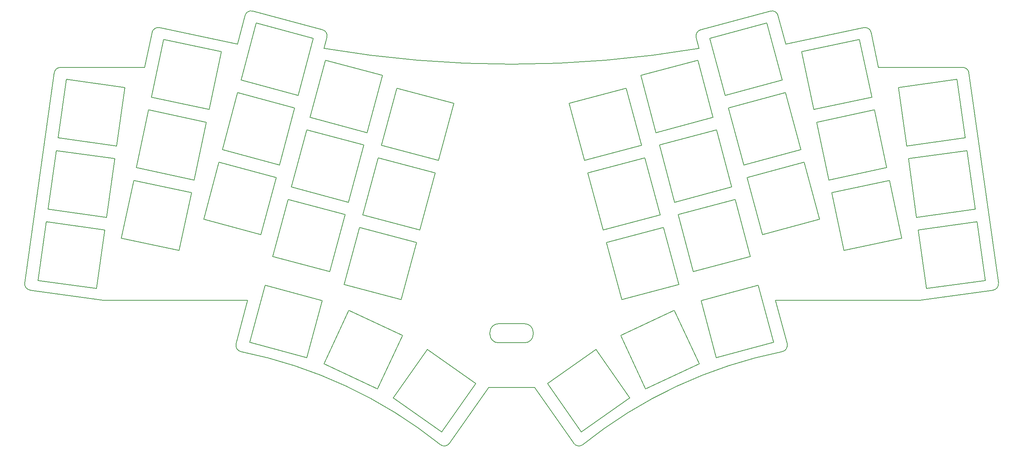
<source format=gbr>
%TF.GenerationSoftware,KiCad,Pcbnew,7.0.6*%
%TF.CreationDate,2024-09-10T22:33:49-04:00*%
%TF.ProjectId,switchplate,73776974-6368-4706-9c61-74652e6b6963,2*%
%TF.SameCoordinates,Original*%
%TF.FileFunction,Profile,NP*%
%FSLAX46Y46*%
G04 Gerber Fmt 4.6, Leading zero omitted, Abs format (unit mm)*
G04 Created by KiCad (PCBNEW 7.0.6) date 2024-09-10 22:33:49*
%MOMM*%
%LPD*%
G01*
G04 APERTURE LIST*
%TA.AperFunction,Profile*%
%ADD10C,0.150000*%
%TD*%
G04 APERTURE END LIST*
D10*
X25455261Y62566202D02*
X42750329Y60135539D01*
X42750329Y60135539D02*
G75*
G03*
X42959089Y60120941I208760J1485402D01*
G01*
X42959089Y60120941D02*
X76796108Y60120941D01*
X74057684Y49901005D02*
X76796108Y60120941D01*
X74057485Y49900256D02*
G75*
G03*
X75212680Y48041850I1449088J-387480D01*
G01*
X122242263Y26111594D02*
G75*
G03*
X75212680Y48041848I-68492055J-85488927D01*
G01*
X122242263Y26111594D02*
G75*
G03*
X124408876Y26421858I937885J1170629D01*
G01*
X124409133Y26422225D02*
X133640281Y39605671D01*
X133640281Y39605671D02*
X144488990Y39605671D01*
X144488990Y39605671D02*
X153720139Y26422225D01*
X153720395Y26421858D02*
G75*
G03*
X155887008Y26111594I1228728J860365D01*
G01*
X202916591Y48041849D02*
G75*
G03*
X155887008Y26111594I21462473J-107419182D01*
G01*
X202916591Y48041850D02*
G75*
G03*
X204071786Y49900256I-293893J1470926D01*
G01*
X201333163Y60120941D02*
X204071587Y49901005D01*
X201333163Y60120941D02*
X235170182Y60120941D01*
X235170182Y60120942D02*
G75*
G03*
X235378942Y60135540I0J1499999D01*
G01*
X235378942Y60135539D02*
X252674010Y62566202D01*
X252674010Y62566203D02*
G75*
G03*
X253950651Y64260364I-208760J1485401D01*
G01*
X246982902Y113838488D02*
X253950652Y64260364D01*
X246982902Y113838488D02*
G75*
G03*
X245497500Y115129730I-1485403J-208759D01*
G01*
X245497499Y115129729D02*
X225656829Y115129729D01*
X225656829Y115129729D02*
X223909296Y123351225D01*
X223909295Y123351225D02*
G75*
G03*
X222130206Y124506578I-1467221J-311868D01*
G01*
X203762193Y120602337D02*
X222130207Y124506578D01*
X201952347Y127356776D02*
X203762193Y120602337D01*
X201952347Y127356776D02*
G75*
G03*
X200115230Y128417437I-1448889J-388228D01*
G01*
X200115229Y128417437D02*
X183694490Y124017513D01*
X183694490Y124017513D02*
G75*
G03*
X182633830Y122180395I388229J-1448889D01*
G01*
X182633830Y122180396D02*
X183321041Y119615688D01*
X94808230Y119615689D02*
G75*
G03*
X183321042Y119615689I44256406J260264040D01*
G01*
X94808230Y119615688D02*
X95495441Y122180396D01*
X95495441Y122180396D02*
G75*
G03*
X94434780Y124017513I-1448889J388228D01*
G01*
X94434781Y124017513D02*
X78014042Y128417437D01*
X78014042Y128417437D02*
G75*
G03*
X76176924Y127356777I-388229J-1448889D01*
G01*
X74367078Y120602337D02*
X76176925Y127356776D01*
X55999064Y124506578D02*
X74367078Y120602337D01*
X55999064Y124506578D02*
G75*
G03*
X54219976Y123351224I-311867J-1467221D01*
G01*
X54219976Y123351225D02*
X52472443Y115129729D01*
X52472443Y115129729D02*
X32631772Y115129729D01*
X32631772Y115129728D02*
G75*
G03*
X31146371Y113838489I0J-1499999D01*
G01*
X24178619Y64260364D02*
X31146370Y113838488D01*
X24178620Y64260364D02*
G75*
G03*
X25455261Y62566203I1485401J-208760D01*
G01*
X27316832Y64854390D02*
X41131072Y62912925D01*
X41131072Y62912925D02*
X43072537Y76727165D01*
X43072537Y76727165D02*
X29258297Y78668630D01*
X29258297Y78668630D02*
X27316832Y64854390D01*
X29682775Y81688947D02*
X43497014Y79747483D01*
X43497014Y79747483D02*
X45438479Y93561722D01*
X45438479Y93561722D02*
X31624240Y95503187D01*
X31624240Y95503187D02*
X29682775Y81688947D01*
X32048718Y98523505D02*
X45862957Y96582040D01*
X45862957Y96582040D02*
X47804422Y110396279D01*
X47804422Y110396279D02*
X33990182Y112337744D01*
X33990182Y112337744D02*
X32048718Y98523505D01*
X46996397Y74817513D02*
X60641556Y71917145D01*
X60641556Y71917145D02*
X63541924Y85562304D01*
X63541924Y85562304D02*
X49896765Y88462672D01*
X49896765Y88462672D02*
X46996397Y74817513D01*
X50530896Y91446022D02*
X64176055Y88545654D01*
X64176055Y88545654D02*
X67076423Y102190813D01*
X67076423Y102190813D02*
X53431264Y105091181D01*
X53431264Y105091181D02*
X50530896Y91446022D01*
X54065394Y108074531D02*
X67710554Y105174163D01*
X67710554Y105174163D02*
X70610922Y118819322D01*
X70610922Y118819322D02*
X56965763Y121719691D01*
X56965763Y121719691D02*
X54065394Y108074531D01*
X66423188Y79267632D02*
X79897853Y75657106D01*
X79897853Y75657106D02*
X83508379Y89131771D01*
X83508379Y89131771D02*
X70033713Y92742297D01*
X70033713Y92742297D02*
X66423188Y79267632D01*
X70823111Y95688371D02*
X84297777Y92077845D01*
X84297777Y92077845D02*
X87908302Y105552510D01*
X87908302Y105552510D02*
X74433637Y109163036D01*
X74433637Y109163036D02*
X70823111Y95688371D01*
X75223035Y112109110D02*
X88697700Y108498584D01*
X88697700Y108498584D02*
X92308226Y121973249D01*
X92308226Y121973249D02*
X78833561Y125583775D01*
X78833561Y125583775D02*
X75223035Y112109110D01*
X82709872Y70503704D02*
X96184537Y66893178D01*
X96184537Y66893178D02*
X99795063Y80367844D01*
X99795063Y80367844D02*
X86320397Y83978369D01*
X86320397Y83978369D02*
X82709872Y70503704D01*
X87109795Y86924443D02*
X100584461Y83313917D01*
X100584461Y83313917D02*
X104194986Y96788583D01*
X104194986Y96788583D02*
X90720321Y100399108D01*
X90720321Y100399108D02*
X87109795Y86924443D01*
X91509719Y103345182D02*
X104984384Y99734656D01*
X104984384Y99734656D02*
X108594910Y113209322D01*
X108594910Y113209322D02*
X95120245Y116819847D01*
X95120245Y116819847D02*
X91509719Y103345182D01*
X99578898Y63913110D02*
X113053564Y60302584D01*
X113053564Y60302584D02*
X116664089Y73777249D01*
X116664089Y73777249D02*
X103189424Y77387775D01*
X103189424Y77387775D02*
X99578898Y63913110D01*
X103978822Y80333849D02*
X117453487Y76723323D01*
X117453487Y76723323D02*
X121064013Y90197988D01*
X121064013Y90197988D02*
X107589348Y93808514D01*
X107589348Y93808514D02*
X103978822Y80333849D01*
X108378746Y96754588D02*
X121853411Y93144062D01*
X121853411Y93144062D02*
X125463937Y106618727D01*
X125463937Y106618727D02*
X111989272Y110229253D01*
X111989272Y110229253D02*
X108378746Y96754588D01*
X236998200Y62912925D02*
X250812439Y64854390D01*
X250812439Y64854390D02*
X248870974Y78668630D01*
X248870974Y78668630D02*
X235056735Y76727165D01*
X235056735Y76727165D02*
X236998200Y62912925D01*
X234632257Y79747483D02*
X248446496Y81688947D01*
X248446496Y81688947D02*
X246505032Y95503187D01*
X246505032Y95503187D02*
X232690792Y93561722D01*
X232690792Y93561722D02*
X234632257Y79747483D01*
X232266314Y96582040D02*
X246080554Y98523505D01*
X246080554Y98523505D02*
X244139089Y112337744D01*
X244139089Y112337744D02*
X230324849Y110396279D01*
X230324849Y110396279D02*
X232266314Y96582040D01*
X217487715Y71917145D02*
X231132874Y74817513D01*
X231132874Y74817513D02*
X228232506Y88462672D01*
X228232506Y88462672D02*
X214587347Y85562304D01*
X214587347Y85562304D02*
X217487715Y71917145D01*
X213953217Y88545654D02*
X227598376Y91446022D01*
X227598376Y91446022D02*
X224698008Y105091181D01*
X224698008Y105091181D02*
X211052848Y102190813D01*
X211052848Y102190813D02*
X213953217Y88545654D01*
X210418718Y105174163D02*
X224063877Y108074531D01*
X224063877Y108074531D02*
X221163509Y121719691D01*
X221163509Y121719691D02*
X207518350Y118819322D01*
X207518350Y118819322D02*
X210418718Y105174163D01*
X198231418Y75657106D02*
X211706084Y79267632D01*
X211706084Y79267632D02*
X208095558Y92742297D01*
X208095558Y92742297D02*
X194620893Y89131771D01*
X194620893Y89131771D02*
X198231418Y75657106D01*
X193831495Y92077845D02*
X207306160Y95688371D01*
X207306160Y95688371D02*
X203695634Y109163036D01*
X203695634Y109163036D02*
X190220969Y105552510D01*
X190220969Y105552510D02*
X193831495Y92077845D01*
X189431571Y108498584D02*
X202906236Y112109110D01*
X202906236Y112109110D02*
X199295711Y125583775D01*
X199295711Y125583775D02*
X185821045Y121973249D01*
X185821045Y121973249D02*
X189431571Y108498584D01*
X181944734Y66893178D02*
X195419400Y70503704D01*
X195419400Y70503704D02*
X191808874Y83978369D01*
X191808874Y83978369D02*
X178334209Y80367844D01*
X178334209Y80367844D02*
X181944734Y66893178D01*
X177544811Y83313917D02*
X191019476Y86924443D01*
X191019476Y86924443D02*
X187408950Y100399108D01*
X187408950Y100399108D02*
X173934285Y96788583D01*
X173934285Y96788583D02*
X177544811Y83313917D01*
X173144887Y99734656D02*
X186619552Y103345182D01*
X186619552Y103345182D02*
X183009027Y116819847D01*
X183009027Y116819847D02*
X169534361Y113209322D01*
X169534361Y113209322D02*
X173144887Y99734656D01*
X165075708Y60302584D02*
X178550373Y63913110D01*
X178550373Y63913110D02*
X174939847Y77387775D01*
X174939847Y77387775D02*
X161465182Y73777249D01*
X161465182Y73777249D02*
X165075708Y60302584D01*
X160675784Y76723323D02*
X174150449Y80333849D01*
X174150449Y80333849D02*
X170539923Y93808514D01*
X170539923Y93808514D02*
X157065258Y90197988D01*
X157065258Y90197988D02*
X160675784Y76723323D01*
X156275860Y93144062D02*
X169750525Y96754588D01*
X169750525Y96754588D02*
X166140000Y110229253D01*
X166140000Y110229253D02*
X152665334Y106618727D01*
X152665334Y106618727D02*
X156275860Y93144062D01*
X77274672Y50219262D02*
X90749337Y46608736D01*
X90749337Y46608736D02*
X94359863Y60083401D01*
X94359863Y60083401D02*
X80885197Y63693927D01*
X80885197Y63693927D02*
X77274672Y50219262D01*
X94790404Y45137908D02*
X107433397Y39242383D01*
X107433397Y39242383D02*
X113328922Y51885377D01*
X113328922Y51885377D02*
X100685929Y57780902D01*
X100685929Y57780902D02*
X94790404Y45137908D01*
X111157665Y37092176D02*
X122584836Y29090785D01*
X122584836Y29090785D02*
X130586227Y40517956D01*
X130586227Y40517956D02*
X119159056Y48519347D01*
X119159056Y48519347D02*
X111157665Y37092176D01*
X187379934Y46608736D02*
X200854600Y50219262D01*
X200854600Y50219262D02*
X197244074Y63693927D01*
X197244074Y63693927D02*
X183769409Y60083401D01*
X183769409Y60083401D02*
X187379934Y46608736D01*
X170695874Y39242383D02*
X183338867Y45137908D01*
X183338867Y45137908D02*
X177443343Y57780902D01*
X177443343Y57780902D02*
X164800349Y51885377D01*
X164800349Y51885377D02*
X170695874Y39242383D01*
X155544435Y29090785D02*
X166971607Y37092176D01*
X166971607Y37092176D02*
X158970215Y48519347D01*
X158970215Y48519347D02*
X147543044Y40517956D01*
X147543044Y40517956D02*
X155544435Y29090785D01*
X135964636Y50129729D02*
X142164636Y50129729D01*
X144164636Y52129729D02*
X144164636Y52629729D01*
X142164636Y54629729D02*
X135964636Y54629729D01*
X133964636Y52629729D02*
X133964636Y52129729D01*
X142164636Y50129729D02*
G75*
G03*
X144164636Y52129729I0J2000000D01*
G01*
X144164636Y52629729D02*
G75*
G03*
X142164636Y54629729I-2000000J0D01*
G01*
X135964636Y54629729D02*
G75*
G03*
X133964636Y52629729I0J-2000000D01*
G01*
X133964636Y52129729D02*
G75*
G03*
X135964636Y50129729I2000000J0D01*
G01*
M02*

</source>
